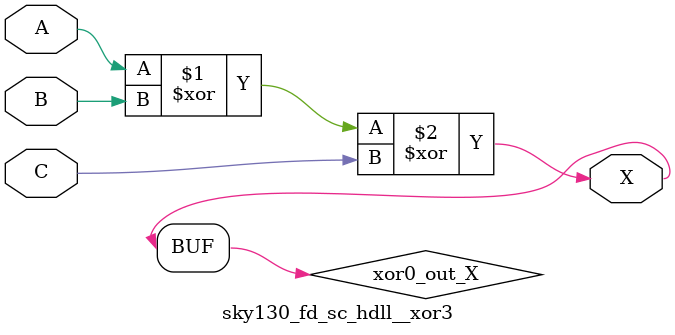
<source format=v>
/*
 * Copyright 2020 The SkyWater PDK Authors
 *
 * Licensed under the Apache License, Version 2.0 (the "License");
 * you may not use this file except in compliance with the License.
 * You may obtain a copy of the License at
 *
 *     https://www.apache.org/licenses/LICENSE-2.0
 *
 * Unless required by applicable law or agreed to in writing, software
 * distributed under the License is distributed on an "AS IS" BASIS,
 * WITHOUT WARRANTIES OR CONDITIONS OF ANY KIND, either express or implied.
 * See the License for the specific language governing permissions and
 * limitations under the License.
 *
 * SPDX-License-Identifier: Apache-2.0
*/


`ifndef SKY130_FD_SC_HDLL__XOR3_FUNCTIONAL_V
`define SKY130_FD_SC_HDLL__XOR3_FUNCTIONAL_V

/**
 * xor3: 3-input exclusive OR.
 *
 *       X = A ^ B ^ C
 *
 * Verilog simulation functional model.
 */

`timescale 1ns / 1ps
`default_nettype none

`celldefine
module sky130_fd_sc_hdll__xor3 (
    X,
    A,
    B,
    C
);

    // Module ports
    output X;
    input  A;
    input  B;
    input  C;

    // Local signals
    wire xor0_out_X;

    //  Name  Output      Other arguments
    xor xor0 (xor0_out_X, A, B, C        );
    buf buf0 (X         , xor0_out_X     );

endmodule
`endcelldefine

`default_nettype wire
`endif  // SKY130_FD_SC_HDLL__XOR3_FUNCTIONAL_V

</source>
